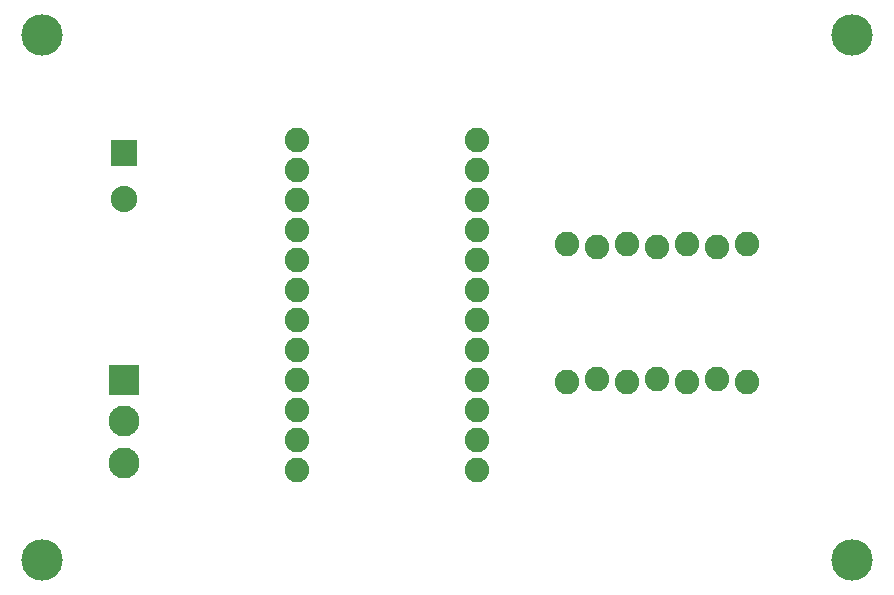
<source format=gts>
G75*
G70*
%OFA0B0*%
%FSLAX24Y24*%
%IPPOS*%
%LPD*%
%AMOC8*
5,1,8,0,0,1.08239X$1,22.5*
%
%ADD10R,0.0880X0.0880*%
%ADD11C,0.0880*%
%ADD12R,0.1030X0.1030*%
%ADD13C,0.1030*%
%ADD14C,0.0820*%
%ADD15C,0.1380*%
D10*
X004890Y015710D03*
D11*
X004890Y014192D03*
D12*
X004890Y008140D03*
D13*
X004890Y006762D03*
X004890Y005384D03*
D14*
X010640Y005140D03*
X010640Y006140D03*
X010640Y007140D03*
X010640Y008140D03*
X010640Y009140D03*
X010640Y010140D03*
X010640Y011140D03*
X010640Y012140D03*
X010640Y013140D03*
X010640Y014140D03*
X010640Y015140D03*
X010640Y016140D03*
X016640Y016140D03*
X016640Y015140D03*
X016640Y014140D03*
X016640Y013140D03*
X016640Y012140D03*
X016640Y011140D03*
X016640Y010140D03*
X016640Y009140D03*
X016640Y008140D03*
X016640Y007140D03*
X016640Y006140D03*
X016640Y005140D03*
X019640Y008090D03*
X020640Y008190D03*
X021640Y008090D03*
X022640Y008190D03*
X023640Y008090D03*
X024640Y008190D03*
X025640Y008090D03*
X024640Y012590D03*
X025640Y012690D03*
X023640Y012690D03*
X022640Y012590D03*
X021640Y012690D03*
X020640Y012590D03*
X019640Y012690D03*
D15*
X002140Y002140D03*
X002140Y019640D03*
X029140Y019640D03*
X029140Y002140D03*
M02*

</source>
